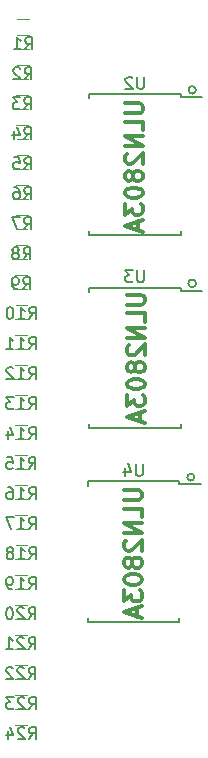
<source format=gbr>
G04 #@! TF.FileFunction,Legend,Bot*
%FSLAX46Y46*%
G04 Gerber Fmt 4.6, Leading zero omitted, Abs format (unit mm)*
G04 Created by KiCad (PCBNEW 4.0.7) date 07/31/18 16:14:13*
%MOMM*%
%LPD*%
G01*
G04 APERTURE LIST*
%ADD10C,0.100000*%
%ADD11C,0.200000*%
%ADD12C,0.300000*%
%ADD13C,0.120000*%
%ADD14C,0.150000*%
G04 APERTURE END LIST*
D10*
D11*
X72592062Y-111550000D02*
G75*
G03X72592062Y-111550000I-292062J0D01*
G01*
X72754215Y-95140000D02*
G75*
G03X72754215Y-95140000I-334215J0D01*
G01*
X72737648Y-78760000D02*
G75*
G03X72737648Y-78760000I-317648J0D01*
G01*
D12*
X66678571Y-112638572D02*
X67892857Y-112638572D01*
X68035714Y-112710000D01*
X68107143Y-112781429D01*
X68178571Y-112924286D01*
X68178571Y-113210000D01*
X68107143Y-113352858D01*
X68035714Y-113424286D01*
X67892857Y-113495715D01*
X66678571Y-113495715D01*
X68178571Y-114924287D02*
X68178571Y-114210001D01*
X66678571Y-114210001D01*
X68178571Y-115424287D02*
X66678571Y-115424287D01*
X68178571Y-116281430D01*
X66678571Y-116281430D01*
X66821429Y-116924287D02*
X66750000Y-116995716D01*
X66678571Y-117138573D01*
X66678571Y-117495716D01*
X66750000Y-117638573D01*
X66821429Y-117710002D01*
X66964286Y-117781430D01*
X67107143Y-117781430D01*
X67321429Y-117710002D01*
X68178571Y-116852859D01*
X68178571Y-117781430D01*
X67321429Y-118638573D02*
X67250000Y-118495715D01*
X67178571Y-118424287D01*
X67035714Y-118352858D01*
X66964286Y-118352858D01*
X66821429Y-118424287D01*
X66750000Y-118495715D01*
X66678571Y-118638573D01*
X66678571Y-118924287D01*
X66750000Y-119067144D01*
X66821429Y-119138573D01*
X66964286Y-119210001D01*
X67035714Y-119210001D01*
X67178571Y-119138573D01*
X67250000Y-119067144D01*
X67321429Y-118924287D01*
X67321429Y-118638573D01*
X67392857Y-118495715D01*
X67464286Y-118424287D01*
X67607143Y-118352858D01*
X67892857Y-118352858D01*
X68035714Y-118424287D01*
X68107143Y-118495715D01*
X68178571Y-118638573D01*
X68178571Y-118924287D01*
X68107143Y-119067144D01*
X68035714Y-119138573D01*
X67892857Y-119210001D01*
X67607143Y-119210001D01*
X67464286Y-119138573D01*
X67392857Y-119067144D01*
X67321429Y-118924287D01*
X66678571Y-120138572D02*
X66678571Y-120281429D01*
X66750000Y-120424286D01*
X66821429Y-120495715D01*
X66964286Y-120567144D01*
X67250000Y-120638572D01*
X67607143Y-120638572D01*
X67892857Y-120567144D01*
X68035714Y-120495715D01*
X68107143Y-120424286D01*
X68178571Y-120281429D01*
X68178571Y-120138572D01*
X68107143Y-119995715D01*
X68035714Y-119924286D01*
X67892857Y-119852858D01*
X67607143Y-119781429D01*
X67250000Y-119781429D01*
X66964286Y-119852858D01*
X66821429Y-119924286D01*
X66750000Y-119995715D01*
X66678571Y-120138572D01*
X66678571Y-121138572D02*
X66678571Y-122067143D01*
X67250000Y-121567143D01*
X67250000Y-121781429D01*
X67321429Y-121924286D01*
X67392857Y-121995715D01*
X67535714Y-122067143D01*
X67892857Y-122067143D01*
X68035714Y-121995715D01*
X68107143Y-121924286D01*
X68178571Y-121781429D01*
X68178571Y-121352857D01*
X68107143Y-121210000D01*
X68035714Y-121138572D01*
X67750000Y-122638571D02*
X67750000Y-123352857D01*
X68178571Y-122495714D02*
X66678571Y-122995714D01*
X68178571Y-123495714D01*
X66908571Y-96098572D02*
X68122857Y-96098572D01*
X68265714Y-96170000D01*
X68337143Y-96241429D01*
X68408571Y-96384286D01*
X68408571Y-96670000D01*
X68337143Y-96812858D01*
X68265714Y-96884286D01*
X68122857Y-96955715D01*
X66908571Y-96955715D01*
X68408571Y-98384287D02*
X68408571Y-97670001D01*
X66908571Y-97670001D01*
X68408571Y-98884287D02*
X66908571Y-98884287D01*
X68408571Y-99741430D01*
X66908571Y-99741430D01*
X67051429Y-100384287D02*
X66980000Y-100455716D01*
X66908571Y-100598573D01*
X66908571Y-100955716D01*
X66980000Y-101098573D01*
X67051429Y-101170002D01*
X67194286Y-101241430D01*
X67337143Y-101241430D01*
X67551429Y-101170002D01*
X68408571Y-100312859D01*
X68408571Y-101241430D01*
X67551429Y-102098573D02*
X67480000Y-101955715D01*
X67408571Y-101884287D01*
X67265714Y-101812858D01*
X67194286Y-101812858D01*
X67051429Y-101884287D01*
X66980000Y-101955715D01*
X66908571Y-102098573D01*
X66908571Y-102384287D01*
X66980000Y-102527144D01*
X67051429Y-102598573D01*
X67194286Y-102670001D01*
X67265714Y-102670001D01*
X67408571Y-102598573D01*
X67480000Y-102527144D01*
X67551429Y-102384287D01*
X67551429Y-102098573D01*
X67622857Y-101955715D01*
X67694286Y-101884287D01*
X67837143Y-101812858D01*
X68122857Y-101812858D01*
X68265714Y-101884287D01*
X68337143Y-101955715D01*
X68408571Y-102098573D01*
X68408571Y-102384287D01*
X68337143Y-102527144D01*
X68265714Y-102598573D01*
X68122857Y-102670001D01*
X67837143Y-102670001D01*
X67694286Y-102598573D01*
X67622857Y-102527144D01*
X67551429Y-102384287D01*
X66908571Y-103598572D02*
X66908571Y-103741429D01*
X66980000Y-103884286D01*
X67051429Y-103955715D01*
X67194286Y-104027144D01*
X67480000Y-104098572D01*
X67837143Y-104098572D01*
X68122857Y-104027144D01*
X68265714Y-103955715D01*
X68337143Y-103884286D01*
X68408571Y-103741429D01*
X68408571Y-103598572D01*
X68337143Y-103455715D01*
X68265714Y-103384286D01*
X68122857Y-103312858D01*
X67837143Y-103241429D01*
X67480000Y-103241429D01*
X67194286Y-103312858D01*
X67051429Y-103384286D01*
X66980000Y-103455715D01*
X66908571Y-103598572D01*
X66908571Y-104598572D02*
X66908571Y-105527143D01*
X67480000Y-105027143D01*
X67480000Y-105241429D01*
X67551429Y-105384286D01*
X67622857Y-105455715D01*
X67765714Y-105527143D01*
X68122857Y-105527143D01*
X68265714Y-105455715D01*
X68337143Y-105384286D01*
X68408571Y-105241429D01*
X68408571Y-104812857D01*
X68337143Y-104670000D01*
X68265714Y-104598572D01*
X67980000Y-106098571D02*
X67980000Y-106812857D01*
X68408571Y-105955714D02*
X66908571Y-106455714D01*
X68408571Y-106955714D01*
X66738571Y-79898572D02*
X67952857Y-79898572D01*
X68095714Y-79970000D01*
X68167143Y-80041429D01*
X68238571Y-80184286D01*
X68238571Y-80470000D01*
X68167143Y-80612858D01*
X68095714Y-80684286D01*
X67952857Y-80755715D01*
X66738571Y-80755715D01*
X68238571Y-82184287D02*
X68238571Y-81470001D01*
X66738571Y-81470001D01*
X68238571Y-82684287D02*
X66738571Y-82684287D01*
X68238571Y-83541430D01*
X66738571Y-83541430D01*
X66881429Y-84184287D02*
X66810000Y-84255716D01*
X66738571Y-84398573D01*
X66738571Y-84755716D01*
X66810000Y-84898573D01*
X66881429Y-84970002D01*
X67024286Y-85041430D01*
X67167143Y-85041430D01*
X67381429Y-84970002D01*
X68238571Y-84112859D01*
X68238571Y-85041430D01*
X67381429Y-85898573D02*
X67310000Y-85755715D01*
X67238571Y-85684287D01*
X67095714Y-85612858D01*
X67024286Y-85612858D01*
X66881429Y-85684287D01*
X66810000Y-85755715D01*
X66738571Y-85898573D01*
X66738571Y-86184287D01*
X66810000Y-86327144D01*
X66881429Y-86398573D01*
X67024286Y-86470001D01*
X67095714Y-86470001D01*
X67238571Y-86398573D01*
X67310000Y-86327144D01*
X67381429Y-86184287D01*
X67381429Y-85898573D01*
X67452857Y-85755715D01*
X67524286Y-85684287D01*
X67667143Y-85612858D01*
X67952857Y-85612858D01*
X68095714Y-85684287D01*
X68167143Y-85755715D01*
X68238571Y-85898573D01*
X68238571Y-86184287D01*
X68167143Y-86327144D01*
X68095714Y-86398573D01*
X67952857Y-86470001D01*
X67667143Y-86470001D01*
X67524286Y-86398573D01*
X67452857Y-86327144D01*
X67381429Y-86184287D01*
X66738571Y-87398572D02*
X66738571Y-87541429D01*
X66810000Y-87684286D01*
X66881429Y-87755715D01*
X67024286Y-87827144D01*
X67310000Y-87898572D01*
X67667143Y-87898572D01*
X67952857Y-87827144D01*
X68095714Y-87755715D01*
X68167143Y-87684286D01*
X68238571Y-87541429D01*
X68238571Y-87398572D01*
X68167143Y-87255715D01*
X68095714Y-87184286D01*
X67952857Y-87112858D01*
X67667143Y-87041429D01*
X67310000Y-87041429D01*
X67024286Y-87112858D01*
X66881429Y-87184286D01*
X66810000Y-87255715D01*
X66738571Y-87398572D01*
X66738571Y-88398572D02*
X66738571Y-89327143D01*
X67310000Y-88827143D01*
X67310000Y-89041429D01*
X67381429Y-89184286D01*
X67452857Y-89255715D01*
X67595714Y-89327143D01*
X67952857Y-89327143D01*
X68095714Y-89255715D01*
X68167143Y-89184286D01*
X68238571Y-89041429D01*
X68238571Y-88612857D01*
X68167143Y-88470000D01*
X68095714Y-88398572D01*
X67810000Y-89898571D02*
X67810000Y-90612857D01*
X68238571Y-89755714D02*
X66738571Y-90255714D01*
X68238571Y-90755714D01*
D13*
X58610000Y-72730000D02*
X57610000Y-72730000D01*
X57610000Y-74090000D02*
X58610000Y-74090000D01*
X58560000Y-75280000D02*
X57560000Y-75280000D01*
X57560000Y-76640000D02*
X58560000Y-76640000D01*
X58510000Y-77820000D02*
X57510000Y-77820000D01*
X57510000Y-79180000D02*
X58510000Y-79180000D01*
X58530000Y-80360000D02*
X57530000Y-80360000D01*
X57530000Y-81720000D02*
X58530000Y-81720000D01*
X58550000Y-82900000D02*
X57550000Y-82900000D01*
X57550000Y-84260000D02*
X58550000Y-84260000D01*
X58530000Y-85430000D02*
X57530000Y-85430000D01*
X57530000Y-86790000D02*
X58530000Y-86790000D01*
X58500000Y-87970000D02*
X57500000Y-87970000D01*
X57500000Y-89330000D02*
X58500000Y-89330000D01*
X58470000Y-90520000D02*
X57470000Y-90520000D01*
X57470000Y-91880000D02*
X58470000Y-91880000D01*
X58440000Y-93050000D02*
X57440000Y-93050000D01*
X57440000Y-94410000D02*
X58440000Y-94410000D01*
X58460000Y-95580000D02*
X57460000Y-95580000D01*
X57460000Y-96940000D02*
X58460000Y-96940000D01*
X58450000Y-98130000D02*
X57450000Y-98130000D01*
X57450000Y-99490000D02*
X58450000Y-99490000D01*
X58450000Y-100670000D02*
X57450000Y-100670000D01*
X57450000Y-102030000D02*
X58450000Y-102030000D01*
X58450000Y-103210000D02*
X57450000Y-103210000D01*
X57450000Y-104570000D02*
X58450000Y-104570000D01*
X58450000Y-105750000D02*
X57450000Y-105750000D01*
X57450000Y-107110000D02*
X58450000Y-107110000D01*
X58430000Y-108280000D02*
X57430000Y-108280000D01*
X57430000Y-109640000D02*
X58430000Y-109640000D01*
X58450000Y-110830000D02*
X57450000Y-110830000D01*
X57450000Y-112190000D02*
X58450000Y-112190000D01*
X58450000Y-113370000D02*
X57450000Y-113370000D01*
X57450000Y-114730000D02*
X58450000Y-114730000D01*
X58460000Y-115910000D02*
X57460000Y-115910000D01*
X57460000Y-117270000D02*
X58460000Y-117270000D01*
X58440000Y-118450000D02*
X57440000Y-118450000D01*
X57440000Y-119810000D02*
X58440000Y-119810000D01*
X58420000Y-120990000D02*
X57420000Y-120990000D01*
X57420000Y-122350000D02*
X58420000Y-122350000D01*
X58420000Y-123530000D02*
X57420000Y-123530000D01*
X57420000Y-124890000D02*
X58420000Y-124890000D01*
X58420000Y-126070000D02*
X57420000Y-126070000D01*
X57420000Y-127430000D02*
X58420000Y-127430000D01*
X58450000Y-128610000D02*
X57450000Y-128610000D01*
X57450000Y-129970000D02*
X58450000Y-129970000D01*
X58450000Y-131140000D02*
X57450000Y-131140000D01*
X57450000Y-132500000D02*
X58450000Y-132500000D01*
D14*
X71455000Y-79140000D02*
X71455000Y-79390000D01*
X63705000Y-79140000D02*
X63705000Y-79485000D01*
X63705000Y-91040000D02*
X63705000Y-90695000D01*
X71455000Y-91040000D02*
X71455000Y-90695000D01*
X71455000Y-79140000D02*
X63705000Y-79140000D01*
X71455000Y-91040000D02*
X63705000Y-91040000D01*
X71455000Y-79390000D02*
X73280000Y-79390000D01*
X71455000Y-95520000D02*
X71455000Y-95770000D01*
X63705000Y-95520000D02*
X63705000Y-95865000D01*
X63705000Y-107420000D02*
X63705000Y-107075000D01*
X71455000Y-107420000D02*
X71455000Y-107075000D01*
X71455000Y-95520000D02*
X63705000Y-95520000D01*
X71455000Y-107420000D02*
X63705000Y-107420000D01*
X71455000Y-95770000D02*
X73280000Y-95770000D01*
X71325000Y-111910000D02*
X71325000Y-112160000D01*
X63575000Y-111910000D02*
X63575000Y-112255000D01*
X63575000Y-123810000D02*
X63575000Y-123465000D01*
X71325000Y-123810000D02*
X71325000Y-123465000D01*
X71325000Y-111910000D02*
X63575000Y-111910000D01*
X71325000Y-123810000D02*
X63575000Y-123810000D01*
X71325000Y-112160000D02*
X73150000Y-112160000D01*
X58276666Y-75312381D02*
X58610000Y-74836190D01*
X58848095Y-75312381D02*
X58848095Y-74312381D01*
X58467142Y-74312381D01*
X58371904Y-74360000D01*
X58324285Y-74407619D01*
X58276666Y-74502857D01*
X58276666Y-74645714D01*
X58324285Y-74740952D01*
X58371904Y-74788571D01*
X58467142Y-74836190D01*
X58848095Y-74836190D01*
X57324285Y-75312381D02*
X57895714Y-75312381D01*
X57610000Y-75312381D02*
X57610000Y-74312381D01*
X57705238Y-74455238D01*
X57800476Y-74550476D01*
X57895714Y-74598095D01*
X58226666Y-77862381D02*
X58560000Y-77386190D01*
X58798095Y-77862381D02*
X58798095Y-76862381D01*
X58417142Y-76862381D01*
X58321904Y-76910000D01*
X58274285Y-76957619D01*
X58226666Y-77052857D01*
X58226666Y-77195714D01*
X58274285Y-77290952D01*
X58321904Y-77338571D01*
X58417142Y-77386190D01*
X58798095Y-77386190D01*
X57845714Y-76957619D02*
X57798095Y-76910000D01*
X57702857Y-76862381D01*
X57464761Y-76862381D01*
X57369523Y-76910000D01*
X57321904Y-76957619D01*
X57274285Y-77052857D01*
X57274285Y-77148095D01*
X57321904Y-77290952D01*
X57893333Y-77862381D01*
X57274285Y-77862381D01*
X58176666Y-80402381D02*
X58510000Y-79926190D01*
X58748095Y-80402381D02*
X58748095Y-79402381D01*
X58367142Y-79402381D01*
X58271904Y-79450000D01*
X58224285Y-79497619D01*
X58176666Y-79592857D01*
X58176666Y-79735714D01*
X58224285Y-79830952D01*
X58271904Y-79878571D01*
X58367142Y-79926190D01*
X58748095Y-79926190D01*
X57843333Y-79402381D02*
X57224285Y-79402381D01*
X57557619Y-79783333D01*
X57414761Y-79783333D01*
X57319523Y-79830952D01*
X57271904Y-79878571D01*
X57224285Y-79973810D01*
X57224285Y-80211905D01*
X57271904Y-80307143D01*
X57319523Y-80354762D01*
X57414761Y-80402381D01*
X57700476Y-80402381D01*
X57795714Y-80354762D01*
X57843333Y-80307143D01*
X58196666Y-82942381D02*
X58530000Y-82466190D01*
X58768095Y-82942381D02*
X58768095Y-81942381D01*
X58387142Y-81942381D01*
X58291904Y-81990000D01*
X58244285Y-82037619D01*
X58196666Y-82132857D01*
X58196666Y-82275714D01*
X58244285Y-82370952D01*
X58291904Y-82418571D01*
X58387142Y-82466190D01*
X58768095Y-82466190D01*
X57339523Y-82275714D02*
X57339523Y-82942381D01*
X57577619Y-81894762D02*
X57815714Y-82609048D01*
X57196666Y-82609048D01*
X58216666Y-85482381D02*
X58550000Y-85006190D01*
X58788095Y-85482381D02*
X58788095Y-84482381D01*
X58407142Y-84482381D01*
X58311904Y-84530000D01*
X58264285Y-84577619D01*
X58216666Y-84672857D01*
X58216666Y-84815714D01*
X58264285Y-84910952D01*
X58311904Y-84958571D01*
X58407142Y-85006190D01*
X58788095Y-85006190D01*
X57311904Y-84482381D02*
X57788095Y-84482381D01*
X57835714Y-84958571D01*
X57788095Y-84910952D01*
X57692857Y-84863333D01*
X57454761Y-84863333D01*
X57359523Y-84910952D01*
X57311904Y-84958571D01*
X57264285Y-85053810D01*
X57264285Y-85291905D01*
X57311904Y-85387143D01*
X57359523Y-85434762D01*
X57454761Y-85482381D01*
X57692857Y-85482381D01*
X57788095Y-85434762D01*
X57835714Y-85387143D01*
X58196666Y-88012381D02*
X58530000Y-87536190D01*
X58768095Y-88012381D02*
X58768095Y-87012381D01*
X58387142Y-87012381D01*
X58291904Y-87060000D01*
X58244285Y-87107619D01*
X58196666Y-87202857D01*
X58196666Y-87345714D01*
X58244285Y-87440952D01*
X58291904Y-87488571D01*
X58387142Y-87536190D01*
X58768095Y-87536190D01*
X57339523Y-87012381D02*
X57530000Y-87012381D01*
X57625238Y-87060000D01*
X57672857Y-87107619D01*
X57768095Y-87250476D01*
X57815714Y-87440952D01*
X57815714Y-87821905D01*
X57768095Y-87917143D01*
X57720476Y-87964762D01*
X57625238Y-88012381D01*
X57434761Y-88012381D01*
X57339523Y-87964762D01*
X57291904Y-87917143D01*
X57244285Y-87821905D01*
X57244285Y-87583810D01*
X57291904Y-87488571D01*
X57339523Y-87440952D01*
X57434761Y-87393333D01*
X57625238Y-87393333D01*
X57720476Y-87440952D01*
X57768095Y-87488571D01*
X57815714Y-87583810D01*
X58166666Y-90552381D02*
X58500000Y-90076190D01*
X58738095Y-90552381D02*
X58738095Y-89552381D01*
X58357142Y-89552381D01*
X58261904Y-89600000D01*
X58214285Y-89647619D01*
X58166666Y-89742857D01*
X58166666Y-89885714D01*
X58214285Y-89980952D01*
X58261904Y-90028571D01*
X58357142Y-90076190D01*
X58738095Y-90076190D01*
X57833333Y-89552381D02*
X57166666Y-89552381D01*
X57595238Y-90552381D01*
X58136666Y-93102381D02*
X58470000Y-92626190D01*
X58708095Y-93102381D02*
X58708095Y-92102381D01*
X58327142Y-92102381D01*
X58231904Y-92150000D01*
X58184285Y-92197619D01*
X58136666Y-92292857D01*
X58136666Y-92435714D01*
X58184285Y-92530952D01*
X58231904Y-92578571D01*
X58327142Y-92626190D01*
X58708095Y-92626190D01*
X57565238Y-92530952D02*
X57660476Y-92483333D01*
X57708095Y-92435714D01*
X57755714Y-92340476D01*
X57755714Y-92292857D01*
X57708095Y-92197619D01*
X57660476Y-92150000D01*
X57565238Y-92102381D01*
X57374761Y-92102381D01*
X57279523Y-92150000D01*
X57231904Y-92197619D01*
X57184285Y-92292857D01*
X57184285Y-92340476D01*
X57231904Y-92435714D01*
X57279523Y-92483333D01*
X57374761Y-92530952D01*
X57565238Y-92530952D01*
X57660476Y-92578571D01*
X57708095Y-92626190D01*
X57755714Y-92721429D01*
X57755714Y-92911905D01*
X57708095Y-93007143D01*
X57660476Y-93054762D01*
X57565238Y-93102381D01*
X57374761Y-93102381D01*
X57279523Y-93054762D01*
X57231904Y-93007143D01*
X57184285Y-92911905D01*
X57184285Y-92721429D01*
X57231904Y-92626190D01*
X57279523Y-92578571D01*
X57374761Y-92530952D01*
X58106666Y-95632381D02*
X58440000Y-95156190D01*
X58678095Y-95632381D02*
X58678095Y-94632381D01*
X58297142Y-94632381D01*
X58201904Y-94680000D01*
X58154285Y-94727619D01*
X58106666Y-94822857D01*
X58106666Y-94965714D01*
X58154285Y-95060952D01*
X58201904Y-95108571D01*
X58297142Y-95156190D01*
X58678095Y-95156190D01*
X57630476Y-95632381D02*
X57440000Y-95632381D01*
X57344761Y-95584762D01*
X57297142Y-95537143D01*
X57201904Y-95394286D01*
X57154285Y-95203810D01*
X57154285Y-94822857D01*
X57201904Y-94727619D01*
X57249523Y-94680000D01*
X57344761Y-94632381D01*
X57535238Y-94632381D01*
X57630476Y-94680000D01*
X57678095Y-94727619D01*
X57725714Y-94822857D01*
X57725714Y-95060952D01*
X57678095Y-95156190D01*
X57630476Y-95203810D01*
X57535238Y-95251429D01*
X57344761Y-95251429D01*
X57249523Y-95203810D01*
X57201904Y-95156190D01*
X57154285Y-95060952D01*
X58602857Y-98162381D02*
X58936191Y-97686190D01*
X59174286Y-98162381D02*
X59174286Y-97162381D01*
X58793333Y-97162381D01*
X58698095Y-97210000D01*
X58650476Y-97257619D01*
X58602857Y-97352857D01*
X58602857Y-97495714D01*
X58650476Y-97590952D01*
X58698095Y-97638571D01*
X58793333Y-97686190D01*
X59174286Y-97686190D01*
X57650476Y-98162381D02*
X58221905Y-98162381D01*
X57936191Y-98162381D02*
X57936191Y-97162381D01*
X58031429Y-97305238D01*
X58126667Y-97400476D01*
X58221905Y-97448095D01*
X57031429Y-97162381D02*
X56936190Y-97162381D01*
X56840952Y-97210000D01*
X56793333Y-97257619D01*
X56745714Y-97352857D01*
X56698095Y-97543333D01*
X56698095Y-97781429D01*
X56745714Y-97971905D01*
X56793333Y-98067143D01*
X56840952Y-98114762D01*
X56936190Y-98162381D01*
X57031429Y-98162381D01*
X57126667Y-98114762D01*
X57174286Y-98067143D01*
X57221905Y-97971905D01*
X57269524Y-97781429D01*
X57269524Y-97543333D01*
X57221905Y-97352857D01*
X57174286Y-97257619D01*
X57126667Y-97210000D01*
X57031429Y-97162381D01*
X58592857Y-100712381D02*
X58926191Y-100236190D01*
X59164286Y-100712381D02*
X59164286Y-99712381D01*
X58783333Y-99712381D01*
X58688095Y-99760000D01*
X58640476Y-99807619D01*
X58592857Y-99902857D01*
X58592857Y-100045714D01*
X58640476Y-100140952D01*
X58688095Y-100188571D01*
X58783333Y-100236190D01*
X59164286Y-100236190D01*
X57640476Y-100712381D02*
X58211905Y-100712381D01*
X57926191Y-100712381D02*
X57926191Y-99712381D01*
X58021429Y-99855238D01*
X58116667Y-99950476D01*
X58211905Y-99998095D01*
X56688095Y-100712381D02*
X57259524Y-100712381D01*
X56973810Y-100712381D02*
X56973810Y-99712381D01*
X57069048Y-99855238D01*
X57164286Y-99950476D01*
X57259524Y-99998095D01*
X58592857Y-103252381D02*
X58926191Y-102776190D01*
X59164286Y-103252381D02*
X59164286Y-102252381D01*
X58783333Y-102252381D01*
X58688095Y-102300000D01*
X58640476Y-102347619D01*
X58592857Y-102442857D01*
X58592857Y-102585714D01*
X58640476Y-102680952D01*
X58688095Y-102728571D01*
X58783333Y-102776190D01*
X59164286Y-102776190D01*
X57640476Y-103252381D02*
X58211905Y-103252381D01*
X57926191Y-103252381D02*
X57926191Y-102252381D01*
X58021429Y-102395238D01*
X58116667Y-102490476D01*
X58211905Y-102538095D01*
X57259524Y-102347619D02*
X57211905Y-102300000D01*
X57116667Y-102252381D01*
X56878571Y-102252381D01*
X56783333Y-102300000D01*
X56735714Y-102347619D01*
X56688095Y-102442857D01*
X56688095Y-102538095D01*
X56735714Y-102680952D01*
X57307143Y-103252381D01*
X56688095Y-103252381D01*
X58592857Y-105792381D02*
X58926191Y-105316190D01*
X59164286Y-105792381D02*
X59164286Y-104792381D01*
X58783333Y-104792381D01*
X58688095Y-104840000D01*
X58640476Y-104887619D01*
X58592857Y-104982857D01*
X58592857Y-105125714D01*
X58640476Y-105220952D01*
X58688095Y-105268571D01*
X58783333Y-105316190D01*
X59164286Y-105316190D01*
X57640476Y-105792381D02*
X58211905Y-105792381D01*
X57926191Y-105792381D02*
X57926191Y-104792381D01*
X58021429Y-104935238D01*
X58116667Y-105030476D01*
X58211905Y-105078095D01*
X57307143Y-104792381D02*
X56688095Y-104792381D01*
X57021429Y-105173333D01*
X56878571Y-105173333D01*
X56783333Y-105220952D01*
X56735714Y-105268571D01*
X56688095Y-105363810D01*
X56688095Y-105601905D01*
X56735714Y-105697143D01*
X56783333Y-105744762D01*
X56878571Y-105792381D01*
X57164286Y-105792381D01*
X57259524Y-105744762D01*
X57307143Y-105697143D01*
X58592857Y-108332381D02*
X58926191Y-107856190D01*
X59164286Y-108332381D02*
X59164286Y-107332381D01*
X58783333Y-107332381D01*
X58688095Y-107380000D01*
X58640476Y-107427619D01*
X58592857Y-107522857D01*
X58592857Y-107665714D01*
X58640476Y-107760952D01*
X58688095Y-107808571D01*
X58783333Y-107856190D01*
X59164286Y-107856190D01*
X57640476Y-108332381D02*
X58211905Y-108332381D01*
X57926191Y-108332381D02*
X57926191Y-107332381D01*
X58021429Y-107475238D01*
X58116667Y-107570476D01*
X58211905Y-107618095D01*
X56783333Y-107665714D02*
X56783333Y-108332381D01*
X57021429Y-107284762D02*
X57259524Y-107999048D01*
X56640476Y-107999048D01*
X58572857Y-110862381D02*
X58906191Y-110386190D01*
X59144286Y-110862381D02*
X59144286Y-109862381D01*
X58763333Y-109862381D01*
X58668095Y-109910000D01*
X58620476Y-109957619D01*
X58572857Y-110052857D01*
X58572857Y-110195714D01*
X58620476Y-110290952D01*
X58668095Y-110338571D01*
X58763333Y-110386190D01*
X59144286Y-110386190D01*
X57620476Y-110862381D02*
X58191905Y-110862381D01*
X57906191Y-110862381D02*
X57906191Y-109862381D01*
X58001429Y-110005238D01*
X58096667Y-110100476D01*
X58191905Y-110148095D01*
X56715714Y-109862381D02*
X57191905Y-109862381D01*
X57239524Y-110338571D01*
X57191905Y-110290952D01*
X57096667Y-110243333D01*
X56858571Y-110243333D01*
X56763333Y-110290952D01*
X56715714Y-110338571D01*
X56668095Y-110433810D01*
X56668095Y-110671905D01*
X56715714Y-110767143D01*
X56763333Y-110814762D01*
X56858571Y-110862381D01*
X57096667Y-110862381D01*
X57191905Y-110814762D01*
X57239524Y-110767143D01*
X58592857Y-113412381D02*
X58926191Y-112936190D01*
X59164286Y-113412381D02*
X59164286Y-112412381D01*
X58783333Y-112412381D01*
X58688095Y-112460000D01*
X58640476Y-112507619D01*
X58592857Y-112602857D01*
X58592857Y-112745714D01*
X58640476Y-112840952D01*
X58688095Y-112888571D01*
X58783333Y-112936190D01*
X59164286Y-112936190D01*
X57640476Y-113412381D02*
X58211905Y-113412381D01*
X57926191Y-113412381D02*
X57926191Y-112412381D01*
X58021429Y-112555238D01*
X58116667Y-112650476D01*
X58211905Y-112698095D01*
X56783333Y-112412381D02*
X56973810Y-112412381D01*
X57069048Y-112460000D01*
X57116667Y-112507619D01*
X57211905Y-112650476D01*
X57259524Y-112840952D01*
X57259524Y-113221905D01*
X57211905Y-113317143D01*
X57164286Y-113364762D01*
X57069048Y-113412381D01*
X56878571Y-113412381D01*
X56783333Y-113364762D01*
X56735714Y-113317143D01*
X56688095Y-113221905D01*
X56688095Y-112983810D01*
X56735714Y-112888571D01*
X56783333Y-112840952D01*
X56878571Y-112793333D01*
X57069048Y-112793333D01*
X57164286Y-112840952D01*
X57211905Y-112888571D01*
X57259524Y-112983810D01*
X58592857Y-115952381D02*
X58926191Y-115476190D01*
X59164286Y-115952381D02*
X59164286Y-114952381D01*
X58783333Y-114952381D01*
X58688095Y-115000000D01*
X58640476Y-115047619D01*
X58592857Y-115142857D01*
X58592857Y-115285714D01*
X58640476Y-115380952D01*
X58688095Y-115428571D01*
X58783333Y-115476190D01*
X59164286Y-115476190D01*
X57640476Y-115952381D02*
X58211905Y-115952381D01*
X57926191Y-115952381D02*
X57926191Y-114952381D01*
X58021429Y-115095238D01*
X58116667Y-115190476D01*
X58211905Y-115238095D01*
X57307143Y-114952381D02*
X56640476Y-114952381D01*
X57069048Y-115952381D01*
X58602857Y-118492381D02*
X58936191Y-118016190D01*
X59174286Y-118492381D02*
X59174286Y-117492381D01*
X58793333Y-117492381D01*
X58698095Y-117540000D01*
X58650476Y-117587619D01*
X58602857Y-117682857D01*
X58602857Y-117825714D01*
X58650476Y-117920952D01*
X58698095Y-117968571D01*
X58793333Y-118016190D01*
X59174286Y-118016190D01*
X57650476Y-118492381D02*
X58221905Y-118492381D01*
X57936191Y-118492381D02*
X57936191Y-117492381D01*
X58031429Y-117635238D01*
X58126667Y-117730476D01*
X58221905Y-117778095D01*
X57079048Y-117920952D02*
X57174286Y-117873333D01*
X57221905Y-117825714D01*
X57269524Y-117730476D01*
X57269524Y-117682857D01*
X57221905Y-117587619D01*
X57174286Y-117540000D01*
X57079048Y-117492381D01*
X56888571Y-117492381D01*
X56793333Y-117540000D01*
X56745714Y-117587619D01*
X56698095Y-117682857D01*
X56698095Y-117730476D01*
X56745714Y-117825714D01*
X56793333Y-117873333D01*
X56888571Y-117920952D01*
X57079048Y-117920952D01*
X57174286Y-117968571D01*
X57221905Y-118016190D01*
X57269524Y-118111429D01*
X57269524Y-118301905D01*
X57221905Y-118397143D01*
X57174286Y-118444762D01*
X57079048Y-118492381D01*
X56888571Y-118492381D01*
X56793333Y-118444762D01*
X56745714Y-118397143D01*
X56698095Y-118301905D01*
X56698095Y-118111429D01*
X56745714Y-118016190D01*
X56793333Y-117968571D01*
X56888571Y-117920952D01*
X58582857Y-121032381D02*
X58916191Y-120556190D01*
X59154286Y-121032381D02*
X59154286Y-120032381D01*
X58773333Y-120032381D01*
X58678095Y-120080000D01*
X58630476Y-120127619D01*
X58582857Y-120222857D01*
X58582857Y-120365714D01*
X58630476Y-120460952D01*
X58678095Y-120508571D01*
X58773333Y-120556190D01*
X59154286Y-120556190D01*
X57630476Y-121032381D02*
X58201905Y-121032381D01*
X57916191Y-121032381D02*
X57916191Y-120032381D01*
X58011429Y-120175238D01*
X58106667Y-120270476D01*
X58201905Y-120318095D01*
X57154286Y-121032381D02*
X56963810Y-121032381D01*
X56868571Y-120984762D01*
X56820952Y-120937143D01*
X56725714Y-120794286D01*
X56678095Y-120603810D01*
X56678095Y-120222857D01*
X56725714Y-120127619D01*
X56773333Y-120080000D01*
X56868571Y-120032381D01*
X57059048Y-120032381D01*
X57154286Y-120080000D01*
X57201905Y-120127619D01*
X57249524Y-120222857D01*
X57249524Y-120460952D01*
X57201905Y-120556190D01*
X57154286Y-120603810D01*
X57059048Y-120651429D01*
X56868571Y-120651429D01*
X56773333Y-120603810D01*
X56725714Y-120556190D01*
X56678095Y-120460952D01*
X58562857Y-123572381D02*
X58896191Y-123096190D01*
X59134286Y-123572381D02*
X59134286Y-122572381D01*
X58753333Y-122572381D01*
X58658095Y-122620000D01*
X58610476Y-122667619D01*
X58562857Y-122762857D01*
X58562857Y-122905714D01*
X58610476Y-123000952D01*
X58658095Y-123048571D01*
X58753333Y-123096190D01*
X59134286Y-123096190D01*
X58181905Y-122667619D02*
X58134286Y-122620000D01*
X58039048Y-122572381D01*
X57800952Y-122572381D01*
X57705714Y-122620000D01*
X57658095Y-122667619D01*
X57610476Y-122762857D01*
X57610476Y-122858095D01*
X57658095Y-123000952D01*
X58229524Y-123572381D01*
X57610476Y-123572381D01*
X56991429Y-122572381D02*
X56896190Y-122572381D01*
X56800952Y-122620000D01*
X56753333Y-122667619D01*
X56705714Y-122762857D01*
X56658095Y-122953333D01*
X56658095Y-123191429D01*
X56705714Y-123381905D01*
X56753333Y-123477143D01*
X56800952Y-123524762D01*
X56896190Y-123572381D01*
X56991429Y-123572381D01*
X57086667Y-123524762D01*
X57134286Y-123477143D01*
X57181905Y-123381905D01*
X57229524Y-123191429D01*
X57229524Y-122953333D01*
X57181905Y-122762857D01*
X57134286Y-122667619D01*
X57086667Y-122620000D01*
X56991429Y-122572381D01*
X58562857Y-126112381D02*
X58896191Y-125636190D01*
X59134286Y-126112381D02*
X59134286Y-125112381D01*
X58753333Y-125112381D01*
X58658095Y-125160000D01*
X58610476Y-125207619D01*
X58562857Y-125302857D01*
X58562857Y-125445714D01*
X58610476Y-125540952D01*
X58658095Y-125588571D01*
X58753333Y-125636190D01*
X59134286Y-125636190D01*
X58181905Y-125207619D02*
X58134286Y-125160000D01*
X58039048Y-125112381D01*
X57800952Y-125112381D01*
X57705714Y-125160000D01*
X57658095Y-125207619D01*
X57610476Y-125302857D01*
X57610476Y-125398095D01*
X57658095Y-125540952D01*
X58229524Y-126112381D01*
X57610476Y-126112381D01*
X56658095Y-126112381D02*
X57229524Y-126112381D01*
X56943810Y-126112381D02*
X56943810Y-125112381D01*
X57039048Y-125255238D01*
X57134286Y-125350476D01*
X57229524Y-125398095D01*
X58562857Y-128652381D02*
X58896191Y-128176190D01*
X59134286Y-128652381D02*
X59134286Y-127652381D01*
X58753333Y-127652381D01*
X58658095Y-127700000D01*
X58610476Y-127747619D01*
X58562857Y-127842857D01*
X58562857Y-127985714D01*
X58610476Y-128080952D01*
X58658095Y-128128571D01*
X58753333Y-128176190D01*
X59134286Y-128176190D01*
X58181905Y-127747619D02*
X58134286Y-127700000D01*
X58039048Y-127652381D01*
X57800952Y-127652381D01*
X57705714Y-127700000D01*
X57658095Y-127747619D01*
X57610476Y-127842857D01*
X57610476Y-127938095D01*
X57658095Y-128080952D01*
X58229524Y-128652381D01*
X57610476Y-128652381D01*
X57229524Y-127747619D02*
X57181905Y-127700000D01*
X57086667Y-127652381D01*
X56848571Y-127652381D01*
X56753333Y-127700000D01*
X56705714Y-127747619D01*
X56658095Y-127842857D01*
X56658095Y-127938095D01*
X56705714Y-128080952D01*
X57277143Y-128652381D01*
X56658095Y-128652381D01*
X58592857Y-131192381D02*
X58926191Y-130716190D01*
X59164286Y-131192381D02*
X59164286Y-130192381D01*
X58783333Y-130192381D01*
X58688095Y-130240000D01*
X58640476Y-130287619D01*
X58592857Y-130382857D01*
X58592857Y-130525714D01*
X58640476Y-130620952D01*
X58688095Y-130668571D01*
X58783333Y-130716190D01*
X59164286Y-130716190D01*
X58211905Y-130287619D02*
X58164286Y-130240000D01*
X58069048Y-130192381D01*
X57830952Y-130192381D01*
X57735714Y-130240000D01*
X57688095Y-130287619D01*
X57640476Y-130382857D01*
X57640476Y-130478095D01*
X57688095Y-130620952D01*
X58259524Y-131192381D01*
X57640476Y-131192381D01*
X57307143Y-130192381D02*
X56688095Y-130192381D01*
X57021429Y-130573333D01*
X56878571Y-130573333D01*
X56783333Y-130620952D01*
X56735714Y-130668571D01*
X56688095Y-130763810D01*
X56688095Y-131001905D01*
X56735714Y-131097143D01*
X56783333Y-131144762D01*
X56878571Y-131192381D01*
X57164286Y-131192381D01*
X57259524Y-131144762D01*
X57307143Y-131097143D01*
X58592857Y-133722381D02*
X58926191Y-133246190D01*
X59164286Y-133722381D02*
X59164286Y-132722381D01*
X58783333Y-132722381D01*
X58688095Y-132770000D01*
X58640476Y-132817619D01*
X58592857Y-132912857D01*
X58592857Y-133055714D01*
X58640476Y-133150952D01*
X58688095Y-133198571D01*
X58783333Y-133246190D01*
X59164286Y-133246190D01*
X58211905Y-132817619D02*
X58164286Y-132770000D01*
X58069048Y-132722381D01*
X57830952Y-132722381D01*
X57735714Y-132770000D01*
X57688095Y-132817619D01*
X57640476Y-132912857D01*
X57640476Y-133008095D01*
X57688095Y-133150952D01*
X58259524Y-133722381D01*
X57640476Y-133722381D01*
X56783333Y-133055714D02*
X56783333Y-133722381D01*
X57021429Y-132674762D02*
X57259524Y-133389048D01*
X56640476Y-133389048D01*
X68341905Y-77667381D02*
X68341905Y-78476905D01*
X68294286Y-78572143D01*
X68246667Y-78619762D01*
X68151429Y-78667381D01*
X67960952Y-78667381D01*
X67865714Y-78619762D01*
X67818095Y-78572143D01*
X67770476Y-78476905D01*
X67770476Y-77667381D01*
X67341905Y-77762619D02*
X67294286Y-77715000D01*
X67199048Y-77667381D01*
X66960952Y-77667381D01*
X66865714Y-77715000D01*
X66818095Y-77762619D01*
X66770476Y-77857857D01*
X66770476Y-77953095D01*
X66818095Y-78095952D01*
X67389524Y-78667381D01*
X66770476Y-78667381D01*
X68341905Y-94047381D02*
X68341905Y-94856905D01*
X68294286Y-94952143D01*
X68246667Y-94999762D01*
X68151429Y-95047381D01*
X67960952Y-95047381D01*
X67865714Y-94999762D01*
X67818095Y-94952143D01*
X67770476Y-94856905D01*
X67770476Y-94047381D01*
X67389524Y-94047381D02*
X66770476Y-94047381D01*
X67103810Y-94428333D01*
X66960952Y-94428333D01*
X66865714Y-94475952D01*
X66818095Y-94523571D01*
X66770476Y-94618810D01*
X66770476Y-94856905D01*
X66818095Y-94952143D01*
X66865714Y-94999762D01*
X66960952Y-95047381D01*
X67246667Y-95047381D01*
X67341905Y-94999762D01*
X67389524Y-94952143D01*
X68211905Y-110437381D02*
X68211905Y-111246905D01*
X68164286Y-111342143D01*
X68116667Y-111389762D01*
X68021429Y-111437381D01*
X67830952Y-111437381D01*
X67735714Y-111389762D01*
X67688095Y-111342143D01*
X67640476Y-111246905D01*
X67640476Y-110437381D01*
X66735714Y-110770714D02*
X66735714Y-111437381D01*
X66973810Y-110389762D02*
X67211905Y-111104048D01*
X66592857Y-111104048D01*
M02*

</source>
